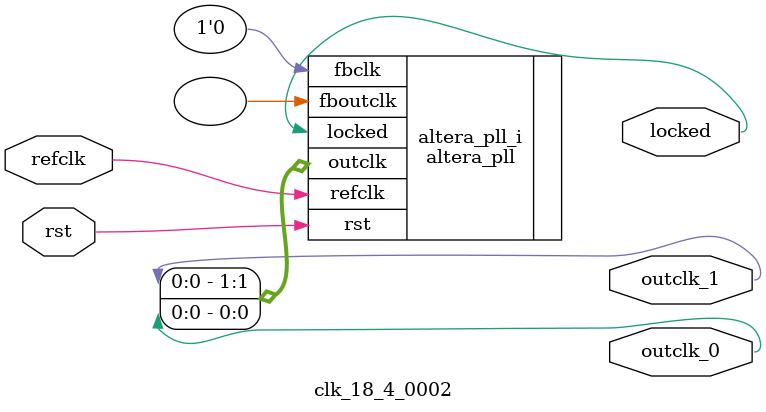
<source format=v>
`timescale 1ns/10ps
module  clk_18_4_0002(

	// interface 'refclk'
	input wire refclk,

	// interface 'reset'
	input wire rst,

	// interface 'outclk0'
	output wire outclk_0,

	// interface 'outclk1'
	output wire outclk_1,

	// interface 'locked'
	output wire locked
);

	altera_pll #(
		.fractional_vco_multiplier("false"),
		.reference_clock_frequency("50.0 MHz"),
		.operation_mode("normal"),
		.number_of_clocks(2),
		.output_clock_frequency0("18.432203 MHz"),
		.phase_shift0("0 ps"),
		.duty_cycle0(50),
		.output_clock_frequency1("49.431818 MHz"),
		.phase_shift1("0 ps"),
		.duty_cycle1(50),
		.output_clock_frequency2("0 MHz"),
		.phase_shift2("0 ps"),
		.duty_cycle2(50),
		.output_clock_frequency3("0 MHz"),
		.phase_shift3("0 ps"),
		.duty_cycle3(50),
		.output_clock_frequency4("0 MHz"),
		.phase_shift4("0 ps"),
		.duty_cycle4(50),
		.output_clock_frequency5("0 MHz"),
		.phase_shift5("0 ps"),
		.duty_cycle5(50),
		.output_clock_frequency6("0 MHz"),
		.phase_shift6("0 ps"),
		.duty_cycle6(50),
		.output_clock_frequency7("0 MHz"),
		.phase_shift7("0 ps"),
		.duty_cycle7(50),
		.output_clock_frequency8("0 MHz"),
		.phase_shift8("0 ps"),
		.duty_cycle8(50),
		.output_clock_frequency9("0 MHz"),
		.phase_shift9("0 ps"),
		.duty_cycle9(50),
		.output_clock_frequency10("0 MHz"),
		.phase_shift10("0 ps"),
		.duty_cycle10(50),
		.output_clock_frequency11("0 MHz"),
		.phase_shift11("0 ps"),
		.duty_cycle11(50),
		.output_clock_frequency12("0 MHz"),
		.phase_shift12("0 ps"),
		.duty_cycle12(50),
		.output_clock_frequency13("0 MHz"),
		.phase_shift13("0 ps"),
		.duty_cycle13(50),
		.output_clock_frequency14("0 MHz"),
		.phase_shift14("0 ps"),
		.duty_cycle14(50),
		.output_clock_frequency15("0 MHz"),
		.phase_shift15("0 ps"),
		.duty_cycle15(50),
		.output_clock_frequency16("0 MHz"),
		.phase_shift16("0 ps"),
		.duty_cycle16(50),
		.output_clock_frequency17("0 MHz"),
		.phase_shift17("0 ps"),
		.duty_cycle17(50),
		.pll_type("General"),
		.pll_subtype("General")
	) altera_pll_i (
		.rst	(rst),
		.outclk	({outclk_1, outclk_0}),
		.locked	(locked),
		.fboutclk	( ),
		.fbclk	(1'b0),
		.refclk	(refclk)
	);
endmodule


</source>
